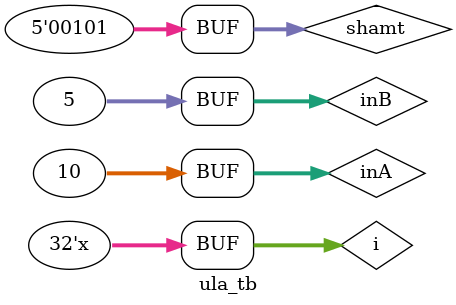
<source format=v>
module ula_tb;

	reg [31:0] inA, inB;
	reg [5:0] ALUCode;
	reg [4:0] shamt;
	wire [31:0] out;

	reg [5:0] codes [6:0];
	integer i;
 
	initial
    begin
        inA = 32'ha ;
        inB = 32'h5;
        shamt = 5'h05;
        ALUCode = 6'h20;
        i = 0;
        codes[0] = 6'h20;
        codes[1] = 6'h22;
        codes[2] = 6'h24;
        codes[3] = 6'h25;
        codes[4] = 6'h03;
        codes[5] = 6'h02;
        codes[6] = 6'h00;
    end
	
	always
    begin
        #20 i = i + 1;
        ALUCode = codes[i];
    end

	main op (inA,inB,ALUCode,out,shamt);
endmodule 

</source>
